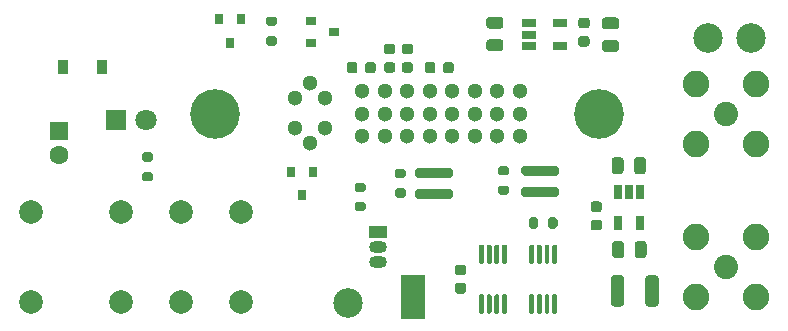
<source format=gbr>
G04 #@! TF.GenerationSoftware,KiCad,Pcbnew,5.1.10*
G04 #@! TF.CreationDate,2021-05-12T16:07:03+02:00*
G04 #@! TF.ProjectId,DgDrive_DVI,44674472-6976-4655-9f44-56492e6b6963,1.4*
G04 #@! TF.SameCoordinates,Original*
G04 #@! TF.FileFunction,Soldermask,Top*
G04 #@! TF.FilePolarity,Negative*
%FSLAX46Y46*%
G04 Gerber Fmt 4.6, Leading zero omitted, Abs format (unit mm)*
G04 Created by KiCad (PCBNEW 5.1.10) date 2021-05-12 16:07:03*
%MOMM*%
%LPD*%
G01*
G04 APERTURE LIST*
%ADD10R,0.800000X0.900000*%
%ADD11R,1.500000X1.050000*%
%ADD12O,1.500000X1.050000*%
%ADD13C,1.800000*%
%ADD14R,1.800000X1.800000*%
%ADD15C,2.250000*%
%ADD16C,2.050000*%
%ADD17R,0.900000X0.800000*%
%ADD18R,0.900000X1.200000*%
%ADD19C,2.000000*%
%ADD20C,1.300000*%
%ADD21C,4.200000*%
%ADD22C,2.499360*%
%ADD23R,2.000000X3.800000*%
%ADD24R,1.600000X1.600000*%
%ADD25C,1.600000*%
%ADD26R,1.220000X0.650000*%
%ADD27R,0.650000X1.220000*%
G04 APERTURE END LIST*
D10*
X115600000Y-106400000D03*
X114650000Y-104400000D03*
X116550000Y-104400000D03*
D11*
X122000000Y-109500000D03*
D12*
X122000000Y-112040000D03*
X122000000Y-110770000D03*
D13*
X102362000Y-100000000D03*
D14*
X99822000Y-100000000D03*
D15*
X148960000Y-109960000D03*
X148960000Y-115040000D03*
X154040000Y-115040000D03*
X154040000Y-109960000D03*
D16*
X151500000Y-112500000D03*
D15*
X148960000Y-96960000D03*
X148960000Y-102040000D03*
X154040000Y-102040000D03*
X154040000Y-96960000D03*
D16*
X151500000Y-99500000D03*
D17*
X118300000Y-92600000D03*
X116300000Y-93550000D03*
X116300000Y-91650000D03*
D10*
X109500000Y-93500000D03*
X108550000Y-91500000D03*
X110450000Y-91500000D03*
D18*
X98650000Y-95500000D03*
X95350000Y-95500000D03*
G36*
G01*
X142850000Y-113424997D02*
X142850000Y-115575003D01*
G75*
G02*
X142600003Y-115825000I-249997J0D01*
G01*
X141974997Y-115825000D01*
G75*
G02*
X141725000Y-115575003I0J249997D01*
G01*
X141725000Y-113424997D01*
G75*
G02*
X141974997Y-113175000I249997J0D01*
G01*
X142600003Y-113175000D01*
G75*
G02*
X142850000Y-113424997I0J-249997D01*
G01*
G37*
G36*
G01*
X145775000Y-113424997D02*
X145775000Y-115575003D01*
G75*
G02*
X145525003Y-115825000I-249997J0D01*
G01*
X144899997Y-115825000D01*
G75*
G02*
X144650000Y-115575003I0J249997D01*
G01*
X144650000Y-113424997D01*
G75*
G02*
X144899997Y-113175000I249997J0D01*
G01*
X145525003Y-113175000D01*
G75*
G02*
X145775000Y-113424997I0J-249997D01*
G01*
G37*
G36*
G01*
X120225000Y-106975000D02*
X120775000Y-106975000D01*
G75*
G02*
X120975000Y-107175000I0J-200000D01*
G01*
X120975000Y-107575000D01*
G75*
G02*
X120775000Y-107775000I-200000J0D01*
G01*
X120225000Y-107775000D01*
G75*
G02*
X120025000Y-107575000I0J200000D01*
G01*
X120025000Y-107175000D01*
G75*
G02*
X120225000Y-106975000I200000J0D01*
G01*
G37*
G36*
G01*
X120225000Y-105325000D02*
X120775000Y-105325000D01*
G75*
G02*
X120975000Y-105525000I0J-200000D01*
G01*
X120975000Y-105925000D01*
G75*
G02*
X120775000Y-106125000I-200000J0D01*
G01*
X120225000Y-106125000D01*
G75*
G02*
X120025000Y-105925000I0J200000D01*
G01*
X120025000Y-105525000D01*
G75*
G02*
X120225000Y-105325000I200000J0D01*
G01*
G37*
G36*
G01*
X113275000Y-92075000D02*
X112725000Y-92075000D01*
G75*
G02*
X112525000Y-91875000I0J200000D01*
G01*
X112525000Y-91475000D01*
G75*
G02*
X112725000Y-91275000I200000J0D01*
G01*
X113275000Y-91275000D01*
G75*
G02*
X113475000Y-91475000I0J-200000D01*
G01*
X113475000Y-91875000D01*
G75*
G02*
X113275000Y-92075000I-200000J0D01*
G01*
G37*
G36*
G01*
X113275000Y-93725000D02*
X112725000Y-93725000D01*
G75*
G02*
X112525000Y-93525000I0J200000D01*
G01*
X112525000Y-93125000D01*
G75*
G02*
X112725000Y-92925000I200000J0D01*
G01*
X113275000Y-92925000D01*
G75*
G02*
X113475000Y-93125000I0J-200000D01*
G01*
X113475000Y-93525000D01*
G75*
G02*
X113275000Y-93725000I-200000J0D01*
G01*
G37*
D19*
X110380000Y-107780000D03*
X105300000Y-107780000D03*
X100220000Y-107780000D03*
X92600000Y-107780000D03*
X110380000Y-115400000D03*
X105300000Y-115400000D03*
X92600000Y-115400000D03*
X100220000Y-115400000D03*
D20*
X116240000Y-102018000D03*
X116240000Y-96938000D03*
X114970000Y-100748000D03*
X117510000Y-100748000D03*
X117510000Y-98208000D03*
X114970000Y-98208000D03*
X120685000Y-97595000D03*
X120685000Y-101405000D03*
X122590000Y-101405000D03*
X124495000Y-101405000D03*
X126400000Y-101405000D03*
X128305000Y-101405000D03*
X130210000Y-101405000D03*
X132115000Y-101405000D03*
X134020000Y-101405000D03*
X120685000Y-99500000D03*
X122590000Y-99500000D03*
X124495000Y-99500000D03*
X126400000Y-99500000D03*
X128305000Y-99500000D03*
X130210000Y-99500000D03*
X132115000Y-99500000D03*
D21*
X140750000Y-99500000D03*
D20*
X124495000Y-97595000D03*
X122590000Y-97595000D03*
X134020000Y-99500000D03*
X126400000Y-97595000D03*
X128305000Y-97595000D03*
X134020000Y-97595000D03*
X132115000Y-97595000D03*
X130210000Y-97595000D03*
D21*
X108240000Y-99500000D03*
D22*
X119500000Y-115500000D03*
X149950000Y-93100000D03*
X153600000Y-93100000D03*
D23*
X125000000Y-115000000D03*
D24*
X95000000Y-101000000D03*
D25*
X95000000Y-103000000D03*
G36*
G01*
X102775000Y-105225000D02*
X102225000Y-105225000D01*
G75*
G02*
X102025000Y-105025000I0J200000D01*
G01*
X102025000Y-104625000D01*
G75*
G02*
X102225000Y-104425000I200000J0D01*
G01*
X102775000Y-104425000D01*
G75*
G02*
X102975000Y-104625000I0J-200000D01*
G01*
X102975000Y-105025000D01*
G75*
G02*
X102775000Y-105225000I-200000J0D01*
G01*
G37*
G36*
G01*
X102775000Y-103575000D02*
X102225000Y-103575000D01*
G75*
G02*
X102025000Y-103375000I0J200000D01*
G01*
X102025000Y-102975000D01*
G75*
G02*
X102225000Y-102775000I200000J0D01*
G01*
X102775000Y-102775000D01*
G75*
G02*
X102975000Y-102975000I0J-200000D01*
G01*
X102975000Y-103375000D01*
G75*
G02*
X102775000Y-103575000I-200000J0D01*
G01*
G37*
G36*
G01*
X127525000Y-95850000D02*
X127525000Y-95350000D01*
G75*
G02*
X127750000Y-95125000I225000J0D01*
G01*
X128200000Y-95125000D01*
G75*
G02*
X128425000Y-95350000I0J-225000D01*
G01*
X128425000Y-95850000D01*
G75*
G02*
X128200000Y-96075000I-225000J0D01*
G01*
X127750000Y-96075000D01*
G75*
G02*
X127525000Y-95850000I0J225000D01*
G01*
G37*
G36*
G01*
X125975000Y-95850000D02*
X125975000Y-95350000D01*
G75*
G02*
X126200000Y-95125000I225000J0D01*
G01*
X126650000Y-95125000D01*
G75*
G02*
X126875000Y-95350000I0J-225000D01*
G01*
X126875000Y-95850000D01*
G75*
G02*
X126650000Y-96075000I-225000J0D01*
G01*
X126200000Y-96075000D01*
G75*
G02*
X125975000Y-95850000I0J225000D01*
G01*
G37*
G36*
G01*
X121825000Y-95350000D02*
X121825000Y-95850000D01*
G75*
G02*
X121600000Y-96075000I-225000J0D01*
G01*
X121150000Y-96075000D01*
G75*
G02*
X120925000Y-95850000I0J225000D01*
G01*
X120925000Y-95350000D01*
G75*
G02*
X121150000Y-95125000I225000J0D01*
G01*
X121600000Y-95125000D01*
G75*
G02*
X121825000Y-95350000I0J-225000D01*
G01*
G37*
G36*
G01*
X120275000Y-95350000D02*
X120275000Y-95850000D01*
G75*
G02*
X120050000Y-96075000I-225000J0D01*
G01*
X119600000Y-96075000D01*
G75*
G02*
X119375000Y-95850000I0J225000D01*
G01*
X119375000Y-95350000D01*
G75*
G02*
X119600000Y-95125000I225000J0D01*
G01*
X120050000Y-95125000D01*
G75*
G02*
X120275000Y-95350000I0J-225000D01*
G01*
G37*
G36*
G01*
X129250000Y-114725000D02*
X128750000Y-114725000D01*
G75*
G02*
X128525000Y-114500000I0J225000D01*
G01*
X128525000Y-114050000D01*
G75*
G02*
X128750000Y-113825000I225000J0D01*
G01*
X129250000Y-113825000D01*
G75*
G02*
X129475000Y-114050000I0J-225000D01*
G01*
X129475000Y-114500000D01*
G75*
G02*
X129250000Y-114725000I-225000J0D01*
G01*
G37*
G36*
G01*
X129250000Y-113175000D02*
X128750000Y-113175000D01*
G75*
G02*
X128525000Y-112950000I0J225000D01*
G01*
X128525000Y-112500000D01*
G75*
G02*
X128750000Y-112275000I225000J0D01*
G01*
X129250000Y-112275000D01*
G75*
G02*
X129475000Y-112500000I0J-225000D01*
G01*
X129475000Y-112950000D01*
G75*
G02*
X129250000Y-113175000I-225000J0D01*
G01*
G37*
G36*
G01*
X131425000Y-91300000D02*
X132375000Y-91300000D01*
G75*
G02*
X132625000Y-91550000I0J-250000D01*
G01*
X132625000Y-92050000D01*
G75*
G02*
X132375000Y-92300000I-250000J0D01*
G01*
X131425000Y-92300000D01*
G75*
G02*
X131175000Y-92050000I0J250000D01*
G01*
X131175000Y-91550000D01*
G75*
G02*
X131425000Y-91300000I250000J0D01*
G01*
G37*
G36*
G01*
X131425000Y-93200000D02*
X132375000Y-93200000D01*
G75*
G02*
X132625000Y-93450000I0J-250000D01*
G01*
X132625000Y-93950000D01*
G75*
G02*
X132375000Y-94200000I-250000J0D01*
G01*
X131425000Y-94200000D01*
G75*
G02*
X131175000Y-93950000I0J250000D01*
G01*
X131175000Y-93450000D01*
G75*
G02*
X131425000Y-93200000I250000J0D01*
G01*
G37*
G36*
G01*
X139200000Y-91375000D02*
X139700000Y-91375000D01*
G75*
G02*
X139925000Y-91600000I0J-225000D01*
G01*
X139925000Y-92050000D01*
G75*
G02*
X139700000Y-92275000I-225000J0D01*
G01*
X139200000Y-92275000D01*
G75*
G02*
X138975000Y-92050000I0J225000D01*
G01*
X138975000Y-91600000D01*
G75*
G02*
X139200000Y-91375000I225000J0D01*
G01*
G37*
G36*
G01*
X139200000Y-92925000D02*
X139700000Y-92925000D01*
G75*
G02*
X139925000Y-93150000I0J-225000D01*
G01*
X139925000Y-93600000D01*
G75*
G02*
X139700000Y-93825000I-225000J0D01*
G01*
X139200000Y-93825000D01*
G75*
G02*
X138975000Y-93600000I0J225000D01*
G01*
X138975000Y-93150000D01*
G75*
G02*
X139200000Y-92925000I225000J0D01*
G01*
G37*
G36*
G01*
X141225000Y-93250000D02*
X142175000Y-93250000D01*
G75*
G02*
X142425000Y-93500000I0J-250000D01*
G01*
X142425000Y-94000000D01*
G75*
G02*
X142175000Y-94250000I-250000J0D01*
G01*
X141225000Y-94250000D01*
G75*
G02*
X140975000Y-94000000I0J250000D01*
G01*
X140975000Y-93500000D01*
G75*
G02*
X141225000Y-93250000I250000J0D01*
G01*
G37*
G36*
G01*
X141225000Y-91350000D02*
X142175000Y-91350000D01*
G75*
G02*
X142425000Y-91600000I0J-250000D01*
G01*
X142425000Y-92100000D01*
G75*
G02*
X142175000Y-92350000I-250000J0D01*
G01*
X141225000Y-92350000D01*
G75*
G02*
X140975000Y-92100000I0J250000D01*
G01*
X140975000Y-91600000D01*
G75*
G02*
X141225000Y-91350000I250000J0D01*
G01*
G37*
G36*
G01*
X141800000Y-104375000D02*
X141800000Y-103425000D01*
G75*
G02*
X142050000Y-103175000I250000J0D01*
G01*
X142550000Y-103175000D01*
G75*
G02*
X142800000Y-103425000I0J-250000D01*
G01*
X142800000Y-104375000D01*
G75*
G02*
X142550000Y-104625000I-250000J0D01*
G01*
X142050000Y-104625000D01*
G75*
G02*
X141800000Y-104375000I0J250000D01*
G01*
G37*
G36*
G01*
X143700000Y-104375000D02*
X143700000Y-103425000D01*
G75*
G02*
X143950000Y-103175000I250000J0D01*
G01*
X144450000Y-103175000D01*
G75*
G02*
X144700000Y-103425000I0J-250000D01*
G01*
X144700000Y-104375000D01*
G75*
G02*
X144450000Y-104625000I-250000J0D01*
G01*
X143950000Y-104625000D01*
G75*
G02*
X143700000Y-104375000I0J250000D01*
G01*
G37*
G36*
G01*
X140750000Y-107825000D02*
X140250000Y-107825000D01*
G75*
G02*
X140025000Y-107600000I0J225000D01*
G01*
X140025000Y-107150000D01*
G75*
G02*
X140250000Y-106925000I225000J0D01*
G01*
X140750000Y-106925000D01*
G75*
G02*
X140975000Y-107150000I0J-225000D01*
G01*
X140975000Y-107600000D01*
G75*
G02*
X140750000Y-107825000I-225000J0D01*
G01*
G37*
G36*
G01*
X140750000Y-109375000D02*
X140250000Y-109375000D01*
G75*
G02*
X140025000Y-109150000I0J225000D01*
G01*
X140025000Y-108700000D01*
G75*
G02*
X140250000Y-108475000I225000J0D01*
G01*
X140750000Y-108475000D01*
G75*
G02*
X140975000Y-108700000I0J-225000D01*
G01*
X140975000Y-109150000D01*
G75*
G02*
X140750000Y-109375000I-225000J0D01*
G01*
G37*
G36*
G01*
X142850000Y-110525000D02*
X142850000Y-111475000D01*
G75*
G02*
X142600000Y-111725000I-250000J0D01*
G01*
X142100000Y-111725000D01*
G75*
G02*
X141850000Y-111475000I0J250000D01*
G01*
X141850000Y-110525000D01*
G75*
G02*
X142100000Y-110275000I250000J0D01*
G01*
X142600000Y-110275000D01*
G75*
G02*
X142850000Y-110525000I0J-250000D01*
G01*
G37*
G36*
G01*
X144750000Y-110525000D02*
X144750000Y-111475000D01*
G75*
G02*
X144500000Y-111725000I-250000J0D01*
G01*
X144000000Y-111725000D01*
G75*
G02*
X143750000Y-111475000I0J250000D01*
G01*
X143750000Y-110525000D01*
G75*
G02*
X144000000Y-110275000I250000J0D01*
G01*
X144500000Y-110275000D01*
G75*
G02*
X144750000Y-110525000I0J-250000D01*
G01*
G37*
G36*
G01*
X124756250Y-96025000D02*
X124243750Y-96025000D01*
G75*
G02*
X124025000Y-95806250I0J218750D01*
G01*
X124025000Y-95368750D01*
G75*
G02*
X124243750Y-95150000I218750J0D01*
G01*
X124756250Y-95150000D01*
G75*
G02*
X124975000Y-95368750I0J-218750D01*
G01*
X124975000Y-95806250D01*
G75*
G02*
X124756250Y-96025000I-218750J0D01*
G01*
G37*
G36*
G01*
X124756250Y-94450000D02*
X124243750Y-94450000D01*
G75*
G02*
X124025000Y-94231250I0J218750D01*
G01*
X124025000Y-93793750D01*
G75*
G02*
X124243750Y-93575000I218750J0D01*
G01*
X124756250Y-93575000D01*
G75*
G02*
X124975000Y-93793750I0J-218750D01*
G01*
X124975000Y-94231250D01*
G75*
G02*
X124756250Y-94450000I-218750J0D01*
G01*
G37*
G36*
G01*
X123256250Y-94450000D02*
X122743750Y-94450000D01*
G75*
G02*
X122525000Y-94231250I0J218750D01*
G01*
X122525000Y-93793750D01*
G75*
G02*
X122743750Y-93575000I218750J0D01*
G01*
X123256250Y-93575000D01*
G75*
G02*
X123475000Y-93793750I0J-218750D01*
G01*
X123475000Y-94231250D01*
G75*
G02*
X123256250Y-94450000I-218750J0D01*
G01*
G37*
G36*
G01*
X123256250Y-96025000D02*
X122743750Y-96025000D01*
G75*
G02*
X122525000Y-95806250I0J218750D01*
G01*
X122525000Y-95368750D01*
G75*
G02*
X122743750Y-95150000I218750J0D01*
G01*
X123256250Y-95150000D01*
G75*
G02*
X123475000Y-95368750I0J-218750D01*
G01*
X123475000Y-95806250D01*
G75*
G02*
X123256250Y-96025000I-218750J0D01*
G01*
G37*
G36*
G01*
X134352500Y-105720000D02*
X137147500Y-105720000D01*
G75*
G02*
X137350000Y-105922500I0J-202500D01*
G01*
X137350000Y-106327500D01*
G75*
G02*
X137147500Y-106530000I-202500J0D01*
G01*
X134352500Y-106530000D01*
G75*
G02*
X134150000Y-106327500I0J202500D01*
G01*
X134150000Y-105922500D01*
G75*
G02*
X134352500Y-105720000I202500J0D01*
G01*
G37*
G36*
G01*
X134352500Y-103920000D02*
X137147500Y-103920000D01*
G75*
G02*
X137350000Y-104122500I0J-202500D01*
G01*
X137350000Y-104527500D01*
G75*
G02*
X137147500Y-104730000I-202500J0D01*
G01*
X134352500Y-104730000D01*
G75*
G02*
X134150000Y-104527500I0J202500D01*
G01*
X134150000Y-104122500D01*
G75*
G02*
X134352500Y-103920000I202500J0D01*
G01*
G37*
G36*
G01*
X125352500Y-104095000D02*
X128147500Y-104095000D01*
G75*
G02*
X128350000Y-104297500I0J-202500D01*
G01*
X128350000Y-104702500D01*
G75*
G02*
X128147500Y-104905000I-202500J0D01*
G01*
X125352500Y-104905000D01*
G75*
G02*
X125150000Y-104702500I0J202500D01*
G01*
X125150000Y-104297500D01*
G75*
G02*
X125352500Y-104095000I202500J0D01*
G01*
G37*
G36*
G01*
X125352500Y-105895000D02*
X128147500Y-105895000D01*
G75*
G02*
X128350000Y-106097500I0J-202500D01*
G01*
X128350000Y-106502500D01*
G75*
G02*
X128147500Y-106705000I-202500J0D01*
G01*
X125352500Y-106705000D01*
G75*
G02*
X125150000Y-106502500I0J202500D01*
G01*
X125150000Y-106097500D01*
G75*
G02*
X125352500Y-105895000I202500J0D01*
G01*
G37*
G36*
G01*
X132925000Y-106375000D02*
X132375000Y-106375000D01*
G75*
G02*
X132175000Y-106175000I0J200000D01*
G01*
X132175000Y-105775000D01*
G75*
G02*
X132375000Y-105575000I200000J0D01*
G01*
X132925000Y-105575000D01*
G75*
G02*
X133125000Y-105775000I0J-200000D01*
G01*
X133125000Y-106175000D01*
G75*
G02*
X132925000Y-106375000I-200000J0D01*
G01*
G37*
G36*
G01*
X132925000Y-104725000D02*
X132375000Y-104725000D01*
G75*
G02*
X132175000Y-104525000I0J200000D01*
G01*
X132175000Y-104125000D01*
G75*
G02*
X132375000Y-103925000I200000J0D01*
G01*
X132925000Y-103925000D01*
G75*
G02*
X133125000Y-104125000I0J-200000D01*
G01*
X133125000Y-104525000D01*
G75*
G02*
X132925000Y-104725000I-200000J0D01*
G01*
G37*
G36*
G01*
X137225000Y-108475000D02*
X137225000Y-109025000D01*
G75*
G02*
X137025000Y-109225000I-200000J0D01*
G01*
X136625000Y-109225000D01*
G75*
G02*
X136425000Y-109025000I0J200000D01*
G01*
X136425000Y-108475000D01*
G75*
G02*
X136625000Y-108275000I200000J0D01*
G01*
X137025000Y-108275000D01*
G75*
G02*
X137225000Y-108475000I0J-200000D01*
G01*
G37*
G36*
G01*
X135575000Y-108475000D02*
X135575000Y-109025000D01*
G75*
G02*
X135375000Y-109225000I-200000J0D01*
G01*
X134975000Y-109225000D01*
G75*
G02*
X134775000Y-109025000I0J200000D01*
G01*
X134775000Y-108475000D01*
G75*
G02*
X134975000Y-108275000I200000J0D01*
G01*
X135375000Y-108275000D01*
G75*
G02*
X135575000Y-108475000I0J-200000D01*
G01*
G37*
G36*
G01*
X124175000Y-104975000D02*
X123625000Y-104975000D01*
G75*
G02*
X123425000Y-104775000I0J200000D01*
G01*
X123425000Y-104375000D01*
G75*
G02*
X123625000Y-104175000I200000J0D01*
G01*
X124175000Y-104175000D01*
G75*
G02*
X124375000Y-104375000I0J-200000D01*
G01*
X124375000Y-104775000D01*
G75*
G02*
X124175000Y-104975000I-200000J0D01*
G01*
G37*
G36*
G01*
X124175000Y-106625000D02*
X123625000Y-106625000D01*
G75*
G02*
X123425000Y-106425000I0J200000D01*
G01*
X123425000Y-106025000D01*
G75*
G02*
X123625000Y-105825000I200000J0D01*
G01*
X124175000Y-105825000D01*
G75*
G02*
X124375000Y-106025000I0J-200000D01*
G01*
X124375000Y-106425000D01*
G75*
G02*
X124175000Y-106625000I-200000J0D01*
G01*
G37*
G36*
G01*
X130875000Y-116425000D02*
X130675000Y-116425000D01*
G75*
G02*
X130575000Y-116325000I0J100000D01*
G01*
X130575000Y-114900000D01*
G75*
G02*
X130675000Y-114800000I100000J0D01*
G01*
X130875000Y-114800000D01*
G75*
G02*
X130975000Y-114900000I0J-100000D01*
G01*
X130975000Y-116325000D01*
G75*
G02*
X130875000Y-116425000I-100000J0D01*
G01*
G37*
G36*
G01*
X131525000Y-116425000D02*
X131325000Y-116425000D01*
G75*
G02*
X131225000Y-116325000I0J100000D01*
G01*
X131225000Y-114900000D01*
G75*
G02*
X131325000Y-114800000I100000J0D01*
G01*
X131525000Y-114800000D01*
G75*
G02*
X131625000Y-114900000I0J-100000D01*
G01*
X131625000Y-116325000D01*
G75*
G02*
X131525000Y-116425000I-100000J0D01*
G01*
G37*
G36*
G01*
X132175000Y-116425000D02*
X131975000Y-116425000D01*
G75*
G02*
X131875000Y-116325000I0J100000D01*
G01*
X131875000Y-114900000D01*
G75*
G02*
X131975000Y-114800000I100000J0D01*
G01*
X132175000Y-114800000D01*
G75*
G02*
X132275000Y-114900000I0J-100000D01*
G01*
X132275000Y-116325000D01*
G75*
G02*
X132175000Y-116425000I-100000J0D01*
G01*
G37*
G36*
G01*
X132825000Y-116425000D02*
X132625000Y-116425000D01*
G75*
G02*
X132525000Y-116325000I0J100000D01*
G01*
X132525000Y-114900000D01*
G75*
G02*
X132625000Y-114800000I100000J0D01*
G01*
X132825000Y-114800000D01*
G75*
G02*
X132925000Y-114900000I0J-100000D01*
G01*
X132925000Y-116325000D01*
G75*
G02*
X132825000Y-116425000I-100000J0D01*
G01*
G37*
G36*
G01*
X132825000Y-112200000D02*
X132625000Y-112200000D01*
G75*
G02*
X132525000Y-112100000I0J100000D01*
G01*
X132525000Y-110675000D01*
G75*
G02*
X132625000Y-110575000I100000J0D01*
G01*
X132825000Y-110575000D01*
G75*
G02*
X132925000Y-110675000I0J-100000D01*
G01*
X132925000Y-112100000D01*
G75*
G02*
X132825000Y-112200000I-100000J0D01*
G01*
G37*
G36*
G01*
X132175000Y-112200000D02*
X131975000Y-112200000D01*
G75*
G02*
X131875000Y-112100000I0J100000D01*
G01*
X131875000Y-110675000D01*
G75*
G02*
X131975000Y-110575000I100000J0D01*
G01*
X132175000Y-110575000D01*
G75*
G02*
X132275000Y-110675000I0J-100000D01*
G01*
X132275000Y-112100000D01*
G75*
G02*
X132175000Y-112200000I-100000J0D01*
G01*
G37*
G36*
G01*
X131525000Y-112200000D02*
X131325000Y-112200000D01*
G75*
G02*
X131225000Y-112100000I0J100000D01*
G01*
X131225000Y-110675000D01*
G75*
G02*
X131325000Y-110575000I100000J0D01*
G01*
X131525000Y-110575000D01*
G75*
G02*
X131625000Y-110675000I0J-100000D01*
G01*
X131625000Y-112100000D01*
G75*
G02*
X131525000Y-112200000I-100000J0D01*
G01*
G37*
G36*
G01*
X130875000Y-112200000D02*
X130675000Y-112200000D01*
G75*
G02*
X130575000Y-112100000I0J100000D01*
G01*
X130575000Y-110675000D01*
G75*
G02*
X130675000Y-110575000I100000J0D01*
G01*
X130875000Y-110575000D01*
G75*
G02*
X130975000Y-110675000I0J-100000D01*
G01*
X130975000Y-112100000D01*
G75*
G02*
X130875000Y-112200000I-100000J0D01*
G01*
G37*
D26*
X134790000Y-91850000D03*
X134790000Y-92800000D03*
X134790000Y-93750000D03*
X137410000Y-93750000D03*
X137410000Y-91850000D03*
D27*
X144200000Y-108710000D03*
X142300000Y-108710000D03*
X142300000Y-106090000D03*
X143250000Y-106090000D03*
X144200000Y-106090000D03*
G36*
G01*
X135125000Y-116425000D02*
X134925000Y-116425000D01*
G75*
G02*
X134825000Y-116325000I0J100000D01*
G01*
X134825000Y-114900000D01*
G75*
G02*
X134925000Y-114800000I100000J0D01*
G01*
X135125000Y-114800000D01*
G75*
G02*
X135225000Y-114900000I0J-100000D01*
G01*
X135225000Y-116325000D01*
G75*
G02*
X135125000Y-116425000I-100000J0D01*
G01*
G37*
G36*
G01*
X135775000Y-116425000D02*
X135575000Y-116425000D01*
G75*
G02*
X135475000Y-116325000I0J100000D01*
G01*
X135475000Y-114900000D01*
G75*
G02*
X135575000Y-114800000I100000J0D01*
G01*
X135775000Y-114800000D01*
G75*
G02*
X135875000Y-114900000I0J-100000D01*
G01*
X135875000Y-116325000D01*
G75*
G02*
X135775000Y-116425000I-100000J0D01*
G01*
G37*
G36*
G01*
X136425000Y-116425000D02*
X136225000Y-116425000D01*
G75*
G02*
X136125000Y-116325000I0J100000D01*
G01*
X136125000Y-114900000D01*
G75*
G02*
X136225000Y-114800000I100000J0D01*
G01*
X136425000Y-114800000D01*
G75*
G02*
X136525000Y-114900000I0J-100000D01*
G01*
X136525000Y-116325000D01*
G75*
G02*
X136425000Y-116425000I-100000J0D01*
G01*
G37*
G36*
G01*
X137075000Y-116425000D02*
X136875000Y-116425000D01*
G75*
G02*
X136775000Y-116325000I0J100000D01*
G01*
X136775000Y-114900000D01*
G75*
G02*
X136875000Y-114800000I100000J0D01*
G01*
X137075000Y-114800000D01*
G75*
G02*
X137175000Y-114900000I0J-100000D01*
G01*
X137175000Y-116325000D01*
G75*
G02*
X137075000Y-116425000I-100000J0D01*
G01*
G37*
G36*
G01*
X137075000Y-112200000D02*
X136875000Y-112200000D01*
G75*
G02*
X136775000Y-112100000I0J100000D01*
G01*
X136775000Y-110675000D01*
G75*
G02*
X136875000Y-110575000I100000J0D01*
G01*
X137075000Y-110575000D01*
G75*
G02*
X137175000Y-110675000I0J-100000D01*
G01*
X137175000Y-112100000D01*
G75*
G02*
X137075000Y-112200000I-100000J0D01*
G01*
G37*
G36*
G01*
X136425000Y-112200000D02*
X136225000Y-112200000D01*
G75*
G02*
X136125000Y-112100000I0J100000D01*
G01*
X136125000Y-110675000D01*
G75*
G02*
X136225000Y-110575000I100000J0D01*
G01*
X136425000Y-110575000D01*
G75*
G02*
X136525000Y-110675000I0J-100000D01*
G01*
X136525000Y-112100000D01*
G75*
G02*
X136425000Y-112200000I-100000J0D01*
G01*
G37*
G36*
G01*
X135775000Y-112200000D02*
X135575000Y-112200000D01*
G75*
G02*
X135475000Y-112100000I0J100000D01*
G01*
X135475000Y-110675000D01*
G75*
G02*
X135575000Y-110575000I100000J0D01*
G01*
X135775000Y-110575000D01*
G75*
G02*
X135875000Y-110675000I0J-100000D01*
G01*
X135875000Y-112100000D01*
G75*
G02*
X135775000Y-112200000I-100000J0D01*
G01*
G37*
G36*
G01*
X135125000Y-112200000D02*
X134925000Y-112200000D01*
G75*
G02*
X134825000Y-112100000I0J100000D01*
G01*
X134825000Y-110675000D01*
G75*
G02*
X134925000Y-110575000I100000J0D01*
G01*
X135125000Y-110575000D01*
G75*
G02*
X135225000Y-110675000I0J-100000D01*
G01*
X135225000Y-112100000D01*
G75*
G02*
X135125000Y-112200000I-100000J0D01*
G01*
G37*
M02*

</source>
